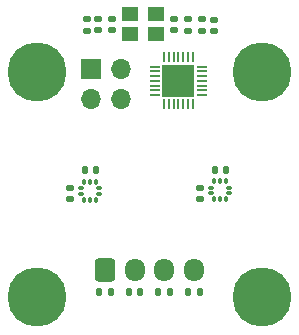
<source format=gbr>
%TF.GenerationSoftware,KiCad,Pcbnew,8.0.6-8.0.6-0~ubuntu20.04.1*%
%TF.CreationDate,2024-11-07T01:45:43+05:00*%
%TF.ProjectId,AH3,4148332e-6b69-4636-9164-5f7063625858,rev?*%
%TF.SameCoordinates,Original*%
%TF.FileFunction,Soldermask,Top*%
%TF.FilePolarity,Negative*%
%FSLAX46Y46*%
G04 Gerber Fmt 4.6, Leading zero omitted, Abs format (unit mm)*
G04 Created by KiCad (PCBNEW 8.0.6-8.0.6-0~ubuntu20.04.1) date 2024-11-07 01:45:43*
%MOMM*%
%LPD*%
G01*
G04 APERTURE LIST*
G04 Aperture macros list*
%AMRoundRect*
0 Rectangle with rounded corners*
0 $1 Rounding radius*
0 $2 $3 $4 $5 $6 $7 $8 $9 X,Y pos of 4 corners*
0 Add a 4 corners polygon primitive as box body*
4,1,4,$2,$3,$4,$5,$6,$7,$8,$9,$2,$3,0*
0 Add four circle primitives for the rounded corners*
1,1,$1+$1,$2,$3*
1,1,$1+$1,$4,$5*
1,1,$1+$1,$6,$7*
1,1,$1+$1,$8,$9*
0 Add four rect primitives between the rounded corners*
20,1,$1+$1,$2,$3,$4,$5,0*
20,1,$1+$1,$4,$5,$6,$7,0*
20,1,$1+$1,$6,$7,$8,$9,0*
20,1,$1+$1,$8,$9,$2,$3,0*%
G04 Aperture macros list end*
%ADD10RoundRect,0.050000X-0.337500X-0.050000X0.337500X-0.050000X0.337500X0.050000X-0.337500X0.050000X0*%
%ADD11RoundRect,0.050000X-0.050000X-0.337500X0.050000X-0.337500X0.050000X0.337500X-0.050000X0.337500X0*%
%ADD12R,2.800000X2.800000*%
%ADD13RoundRect,0.140000X-0.170000X0.140000X-0.170000X-0.140000X0.170000X-0.140000X0.170000X0.140000X0*%
%ADD14RoundRect,0.135000X0.135000X0.185000X-0.135000X0.185000X-0.135000X-0.185000X0.135000X-0.185000X0*%
%ADD15RoundRect,0.087500X-0.125000X-0.087500X0.125000X-0.087500X0.125000X0.087500X-0.125000X0.087500X0*%
%ADD16RoundRect,0.087500X-0.087500X-0.125000X0.087500X-0.125000X0.087500X0.125000X-0.087500X0.125000X0*%
%ADD17R,1.700000X1.700000*%
%ADD18O,1.700000X1.700000*%
%ADD19RoundRect,0.135000X0.185000X-0.135000X0.185000X0.135000X-0.185000X0.135000X-0.185000X-0.135000X0*%
%ADD20RoundRect,0.140000X0.170000X-0.140000X0.170000X0.140000X-0.170000X0.140000X-0.170000X-0.140000X0*%
%ADD21RoundRect,0.140000X-0.140000X-0.170000X0.140000X-0.170000X0.140000X0.170000X-0.140000X0.170000X0*%
%ADD22RoundRect,0.147500X0.147500X0.172500X-0.147500X0.172500X-0.147500X-0.172500X0.147500X-0.172500X0*%
%ADD23R,1.400000X1.200000*%
%ADD24C,5.000000*%
%ADD25RoundRect,0.250000X-0.600000X-0.725000X0.600000X-0.725000X0.600000X0.725000X-0.600000X0.725000X0*%
%ADD26O,1.700000X1.950000*%
G04 APERTURE END LIST*
D10*
%TO.C,U3*%
X136975000Y-86500000D03*
X136975000Y-86900000D03*
X136975000Y-87300000D03*
X136975000Y-87700000D03*
X136975000Y-88100000D03*
X136975000Y-88500000D03*
X136975000Y-88900000D03*
D11*
X137762500Y-89687500D03*
X138162500Y-89687500D03*
X138562500Y-89687500D03*
X138962500Y-89687500D03*
X139362500Y-89687500D03*
X139762500Y-89687500D03*
X140162500Y-89687500D03*
D10*
X140950000Y-88900000D03*
X140950000Y-88500000D03*
X140950000Y-88100000D03*
X140950000Y-87700000D03*
X140950000Y-87300000D03*
X140950000Y-86900000D03*
X140950000Y-86500000D03*
D11*
X140162500Y-85712500D03*
X139762500Y-85712500D03*
X139362500Y-85712500D03*
X138962500Y-85712500D03*
X138562500Y-85712500D03*
X138162500Y-85712500D03*
X137762500Y-85712500D03*
D12*
X138962500Y-87700000D03*
%TD*%
D13*
%TO.C,C1*%
X129750000Y-96770000D03*
X129750000Y-97730000D03*
%TD*%
D14*
%TO.C,R9*%
X138260000Y-105550000D03*
X137240000Y-105550000D03*
%TD*%
D15*
%TO.C,U2*%
X141737500Y-96737500D03*
X141737500Y-97237500D03*
D16*
X142000000Y-97750000D03*
X142500000Y-97750000D03*
X143000000Y-97750000D03*
D15*
X143262500Y-97237500D03*
X143262500Y-96737500D03*
D16*
X143000000Y-96225000D03*
X142500000Y-96225000D03*
X142000000Y-96225000D03*
%TD*%
D13*
%TO.C,C5*%
X138600000Y-82470000D03*
X138600000Y-83430000D03*
%TD*%
%TO.C,C8*%
X141950000Y-82520000D03*
X141950000Y-83480000D03*
%TD*%
D17*
%TO.C,J1*%
X131560000Y-86660000D03*
D18*
X134100000Y-86660000D03*
X131560000Y-89200000D03*
X134100000Y-89200000D03*
%TD*%
D19*
%TO.C,R1*%
X139770000Y-83480000D03*
X139770000Y-82460000D03*
%TD*%
D14*
%TO.C,R10*%
X140760000Y-105550000D03*
X139740000Y-105550000D03*
%TD*%
D13*
%TO.C,C3*%
X140750000Y-96777500D03*
X140750000Y-97737500D03*
%TD*%
D20*
%TO.C,C7*%
X132150000Y-83430000D03*
X132150000Y-82470000D03*
%TD*%
D21*
%TO.C,C2*%
X131040000Y-95250000D03*
X132000000Y-95250000D03*
%TD*%
D22*
%TO.C,D1*%
X135735000Y-105550000D03*
X134765000Y-105550000D03*
%TD*%
D19*
%TO.C,R2*%
X140950000Y-83490000D03*
X140950000Y-82470000D03*
%TD*%
D15*
%TO.C,U1*%
X130737500Y-96750000D03*
X130737500Y-97250000D03*
D16*
X131000000Y-97762500D03*
X131500000Y-97762500D03*
X132000000Y-97762500D03*
D15*
X132262500Y-97250000D03*
X132262500Y-96750000D03*
D16*
X132000000Y-96237500D03*
X131500000Y-96237500D03*
X131000000Y-96237500D03*
%TD*%
D21*
%TO.C,C4*%
X142040000Y-95237500D03*
X143000000Y-95237500D03*
%TD*%
D14*
%TO.C,R8*%
X133260000Y-105550000D03*
X132240000Y-105550000D03*
%TD*%
D23*
%TO.C,Y1*%
X137070000Y-82080000D03*
X134870000Y-82080000D03*
X134870000Y-83780000D03*
X137070000Y-83780000D03*
%TD*%
D20*
%TO.C,C6*%
X133350000Y-83430000D03*
X133350000Y-82470000D03*
%TD*%
D19*
%TO.C,R7*%
X131210000Y-83460000D03*
X131210000Y-82440000D03*
%TD*%
D24*
%TO.C,H2*%
X146045941Y-106045941D03*
%TD*%
%TO.C,H3*%
X126954058Y-106045941D03*
%TD*%
%TO.C,H4*%
X146045941Y-86954058D03*
%TD*%
D25*
%TO.C,J3*%
X132750000Y-103700000D03*
D26*
X135250000Y-103700000D03*
X137750000Y-103700000D03*
X140250000Y-103700000D03*
%TD*%
D24*
%TO.C,H1*%
X126954058Y-86954058D03*
%TD*%
M02*

</source>
